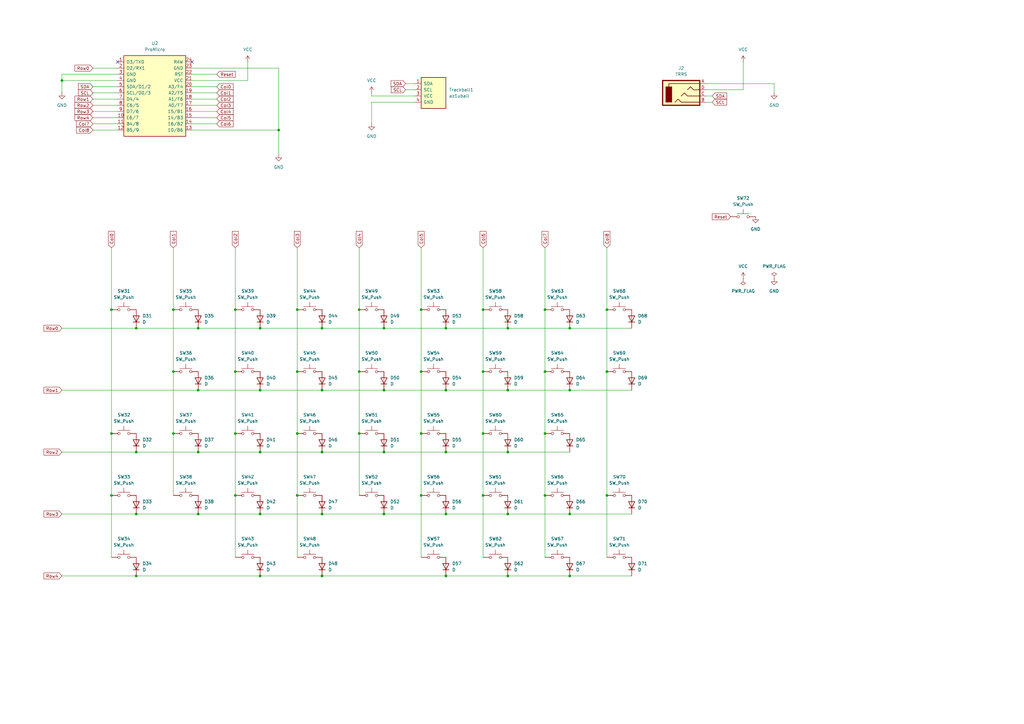
<source format=kicad_sch>
(kicad_sch (version 20231120) (generator "eeschema") (generator_version "8.0")
  (paper "A3")
  (lib_symbols
    (symbol "BrownSugar_KBD:OLED" (pin_names (offset 1.016))
      (property "Reference" "OL" (at 0 7.62 0))
      (property "Value" "OLED" (at 0 -7.62 0))
      (symbol "OLED_0_1"
        (rectangle (start -5.08 6.35) (end 5.08 -6.35) (stroke (width 0.254)) (fill (type background)))
      )
      (symbol "OLED_1_1"
        (pin bidirectional line (at -7.62 3.81 0) (length 2.54) (name "SDA") (number "1"))
        (pin bidirectional line (at -7.62 1.27 0) (length 2.54) (name "SCL") (number "2"))
        (pin power_in line (at -7.62 -1.27 0) (length 2.54) (name "VCC") (number "3"))
        (pin power_in line (at -7.62 -3.81 0) (length 2.54) (name "GND") (number "4"))
      )
    )
    (symbol "BrownSugar_KBD:ProMicro" (pin_names (offset 1.016))
      (property "Reference" "U" (at 0 17.78 0))
      (property "Value" "ProMicro" (at 0 -17.78 0))
      (symbol "ProMicro_0_1"
        (rectangle (start -12.7 16.51) (end 12.7 -16.51) (stroke (width 0.254)) (fill (type background)))
      )
      (symbol "ProMicro_1_1"
        (pin bidirectional line (at -15.24 13.97 0) (length 2.54) (name "D3/TX0") (number "1"))
        (pin bidirectional line (at -15.24 -8.89 0) (length 2.54) (name "E6/7") (number "10"))
        (pin bidirectional line (at -15.24 -11.43 0) (length 2.54) (name "B4/8") (number "11"))
        (pin bidirectional line (at -15.24 -13.97 0) (length 2.54) (name "B5/9") (number "12"))
        (pin bidirectional line (at 15.24 -13.97 180) (length 2.54) (name "10/B6") (number "13"))
        (pin bidirectional line (at 15.24 -11.43 180) (length 2.54) (name "16/B2") (number "14"))
        (pin bidirectional line (at 15.24 -8.89 180) (length 2.54) (name "14/B3") (number "15"))
        (pin bidirectional line (at 15.24 -6.35 180) (length 2.54) (name "15/B1") (number "16"))
        (pin bidirectional line (at 15.24 -3.81 180) (length 2.54) (name "A0/F7") (number "17"))
        (pin bidirectional line (at 15.24 -1.27 180) (length 2.54) (name "A1/F6") (number "18"))
        (pin bidirectional line (at 15.24 1.27 180) (length 2.54) (name "A2/F5") (number "19"))
        (pin bidirectional line (at -15.24 11.43 0) (length 2.54) (name "D2/RX1") (number "2"))
        (pin bidirectional line (at 15.24 3.81 180) (length 2.54) (name "A3/F4") (number "20"))
        (pin power_in line (at 15.24 6.35 180) (length 2.54) (name "VCC") (number "21"))
        (pin input line (at 15.24 8.89 180) (length 2.54) (name "RST") (number "22"))
        (pin power_in line (at 15.24 11.43 180) (length 2.54) (name "GND") (number "23"))
        (pin power_in line (at 15.24 13.97 180) (length 2.54) (name "RAW") (number "24"))
        (pin power_in line (at -15.24 8.89 0) (length 2.54) (name "GND") (number "3"))
        (pin power_in line (at -15.24 6.35 0) (length 2.54) (name "GND") (number "4"))
        (pin bidirectional line (at -15.24 3.81 0) (length 2.54) (name "SDA/D1/2") (number "5"))
        (pin bidirectional line (at -15.24 1.27 0) (length 2.54) (name "SCL/D0/3") (number "6"))
        (pin bidirectional line (at -15.24 -1.27 0) (length 2.54) (name "D4/4") (number "7"))
        (pin bidirectional line (at -15.24 -3.81 0) (length 2.54) (name "C6/5") (number "8"))
        (pin bidirectional line (at -15.24 -6.35 0) (length 2.54) (name "D7/6") (number "9"))
      )
    )
    (symbol "BrownSugar_KBD:TRRS" (pin_names (offset 1.016))
      (property "Reference" "J" (at 0 8.89 0))
      (property "Value" "TRRS" (at 0 6.35 0))
      (symbol "TRRS_0_1"
        (rectangle (start -7.62 5.08) (end 7.62 -5.08) (stroke (width 0.508)) (fill (type background)))
        (rectangle (start -6.35 2.54) (end -3.81 -3.81) (stroke (width 0.127)) (fill (type outline)))
        (polyline (pts (xy 7.62 3.81) (xy -5.08 3.81) (xy -5.08 2.54)) (stroke (width 0.254)))
        (polyline (pts (xy 7.62 -3.81) (xy 0 -3.81) (xy -1.27 -2.54) (xy -2.54 -3.81)) (stroke (width 0.254)))
        (polyline (pts (xy 7.62 -1.27) (xy 2.54 -1.27) (xy 1.27 0) (xy 0 -1.27)) (stroke (width 0.254)))
        (polyline (pts (xy 7.62 1.27) (xy 5.08 1.27) (xy 3.81 2.54) (xy 2.54 1.27)) (stroke (width 0.254)))
      )
      (symbol "TRRS_1_1"
        (pin bidirectional line (at 10.16 3.81 180) (length 2.54) (name "~") (number "A"))
        (pin bidirectional line (at 10.16 -3.81 180) (length 2.54) (name "~") (number "B"))
        (pin bidirectional line (at 10.16 -1.27 180) (length 2.54) (name "~") (number "C"))
        (pin bidirectional line (at 10.16 1.27 180) (length 2.54) (name "~") (number "D"))
      )
    )
    (symbol "Device:D" (pin_numbers hide) (pin_names (offset 1.016) hide)
      (property "Reference" "D" (at 0 2.54 0))
      (property "Value" "D" (at 0 -2.54 0))
      (symbol "D_0_1"
        (polyline (pts (xy -1.27 1.27) (xy -1.27 -1.27)) (stroke (width 0.254)))
        (polyline (pts (xy 1.27 0) (xy -1.27 0)))
        (polyline (pts (xy 1.27 1.27) (xy 1.27 -1.27) (xy -1.27 0) (xy 1.27 1.27)) (stroke (width 0.254)))
      )
      (symbol "D_1_1"
        (pin passive line (at -3.81 0 0) (length 2.54) (name "K") (number "1"))
        (pin passive line (at 3.81 0 180) (length 2.54) (name "A") (number "2"))
      )
    )
    (symbol "Switch:SW_Push" (pin_numbers hide) (pin_names (offset 1.016) hide)
      (property "Reference" "SW" (at 1.27 2.54 0))
      (property "Value" "SW_Push" (at 0 -1.524 0))
      (symbol "SW_Push_0_1"
        (circle (center -2.032 0) (radius 0.508))
        (polyline (pts (xy 0 1.27) (xy 0 3.048)))
        (polyline (pts (xy 2.54 1.27) (xy -2.54 1.27)))
        (circle (center 2.032 0) (radius 0.508))
        (pin passive line (at -5.08 0 0) (length 2.54) (name "1") (number "1"))
        (pin passive line (at 5.08 0 180) (length 2.54) (name "2") (number "2"))
      )
    )
    (symbol "power:GND" (power) (pin_numbers hide) (pin_names (offset 0) hide)
      (property "Value" "GND" (at 0 -3.81 0))
      (symbol "GND_0_1"
        (polyline (pts (xy 0 0) (xy 0 -1.27) (xy 1.27 -1.27) (xy 0 -2.54) (xy -1.27 -1.27) (xy 0 -1.27)))
      )
      (symbol "GND_1_1"
        (pin power_in line (at 0 0 270) (length 0) (name "~") (number "1"))
      )
    )
    (symbol "power:PWR_FLAG" (power) (pin_numbers hide) (pin_names (offset 0) hide)
      (property "Value" "PWR_FLAG" (at 0 3.81 0))
      (symbol "PWR_FLAG_0_0"
        (pin power_out line (at 0 0 90) (length 0) (name "~") (number "1"))
      )
      (symbol "PWR_FLAG_0_1"
        (polyline (pts (xy 0 0) (xy 0 1.27) (xy -1.016 1.905) (xy 0 2.54) (xy 1.016 1.905) (xy 0 1.27)))
      )
    )
    (symbol "power:VCC" (power) (pin_numbers hide) (pin_names (offset 0) hide)
      (property "Value" "VCC" (at 0 3.556 0))
      (symbol "VCC_0_1"
        (polyline (pts (xy -0.762 1.27) (xy 0 2.54)))
        (polyline (pts (xy 0 0) (xy 0 2.54)))
        (polyline (pts (xy 0 2.54) (xy 0.762 1.27)))
      )
      (symbol "VCC_1_1"
        (pin power_in line (at 0 0 90) (length 0) (name "~") (number "1"))
      )
    )
  )
  (junction (at 172.72 127))
  (junction (at 132.08 210.82))
  (junction (at 132.08 236.22))
  (junction (at 121.92 127))
  (junction (at 172.72 152.4))
  (junction (at 157.48 185.42))
  (junction (at 182.88 160.02))
  (junction (at 106.68 134.62))
  (junction (at 157.48 134.62))
  (junction (at 248.92 152.4))
  (junction (at 55.88 236.22))
  (junction (at 96.52 127))
  (junction (at 223.52 127))
  (junction (at 96.52 177.8))
  (junction (at 55.88 185.42))
  (junction (at 223.52 152.4))
  (junction (at 182.88 236.22))
  (junction (at 248.92 203.2))
  (junction (at 71.12 152.4))
  (junction (at 81.28 160.02))
  (junction (at 208.28 210.82))
  (junction (at 121.92 203.2))
  (junction (at 182.88 185.42))
  (junction (at 198.12 152.4))
  (junction (at 208.28 185.42))
  (junction (at 223.52 203.2))
  (junction (at 106.68 210.82))
  (junction (at 208.28 160.02))
  (junction (at 248.92 127))
  (junction (at 81.28 210.82))
  (junction (at 121.92 152.4))
  (junction (at 106.68 160.02))
  (junction (at 208.28 236.22))
  (junction (at 147.32 152.4))
  (junction (at 198.12 203.2))
  (junction (at 132.08 185.42))
  (junction (at 223.52 177.8))
  (junction (at 182.88 210.82))
  (junction (at 71.12 177.8))
  (junction (at 71.12 127))
  (junction (at 55.88 210.82))
  (junction (at 233.68 134.62))
  (junction (at 81.28 185.42))
  (junction (at 198.12 177.8))
  (junction (at 132.08 134.62))
  (junction (at 147.32 177.8))
  (junction (at 172.72 177.8))
  (junction (at 114.3 53.34))
  (junction (at 132.08 160.02))
  (junction (at 96.52 203.2))
  (junction (at 157.48 210.82))
  (junction (at 233.68 236.22))
  (junction (at 182.88 134.62))
  (junction (at 172.72 203.2))
  (junction (at 96.52 152.4))
  (junction (at 106.68 185.42))
  (junction (at 233.68 210.82))
  (junction (at 25.4 33.02))
  (junction (at 45.72 127))
  (junction (at 147.32 127))
  (junction (at 45.72 177.8))
  (junction (at 81.28 134.62))
  (junction (at 208.28 134.62))
  (junction (at 45.72 203.2))
  (junction (at 106.68 236.22))
  (junction (at 198.12 127))
  (junction (at 55.88 134.62))
  (junction (at 157.48 160.02))
  (junction (at 121.92 177.8))
  (junction (at 233.68 160.02))
  (no_connect (at 48.26 25.4))
  (no_connect (at 78.74 25.4))
  (wire (pts (xy 45.72 101.6) (xy 45.72 127)))
  (wire (pts (xy 208.28 185.42) (xy 233.68 185.42)))
  (wire (pts (xy 25.4 210.82) (xy 55.88 210.82)))
  (wire (pts (xy 248.92 203.2) (xy 248.92 228.6)))
  (wire (pts (xy 38.1 38.1) (xy 48.26 38.1)))
  (wire (pts (xy 78.74 30.48) (xy 88.9 30.48)))
  (wire (pts (xy 208.28 134.62) (xy 233.68 134.62)))
  (wire (pts (xy 198.12 203.2) (xy 198.12 228.6)))
  (wire (pts (xy 38.1 53.34) (xy 48.26 53.34)))
  (wire (pts (xy 25.4 160.02) (xy 81.28 160.02)))
  (wire (pts (xy 38.1 35.56) (xy 48.26 35.56)))
  (wire (pts (xy 101.6 33.02) (xy 101.6 25.4)))
  (wire (pts (xy 147.32 101.6) (xy 147.32 127)))
  (wire (pts (xy 78.74 38.1) (xy 88.9 38.1)))
  (wire (pts (xy 223.52 177.8) (xy 223.52 203.2)))
  (wire (pts (xy 289.56 36.83) (xy 304.8 36.83)))
  (wire (pts (xy 38.1 43.18) (xy 48.26 43.18)))
  (wire (pts (xy 182.88 134.62) (xy 208.28 134.62)))
  (wire (pts (xy 233.68 134.62) (xy 259.08 134.62)))
  (wire (pts (xy 96.52 203.2) (xy 96.52 228.6)))
  (wire (pts (xy 223.52 127) (xy 223.52 152.4)))
  (wire (pts (xy 152.4 41.91) (xy 170.18 41.91)))
  (wire (pts (xy 48.26 30.48) (xy 25.4 30.48)))
  (wire (pts (xy 121.92 127) (xy 121.92 152.4)))
  (wire (pts (xy 121.92 152.4) (xy 121.92 177.8)))
  (wire (pts (xy 152.4 39.37) (xy 170.18 39.37)))
  (wire (pts (xy 96.52 177.8) (xy 96.52 203.2)))
  (wire (pts (xy 71.12 101.6) (xy 71.12 127)))
  (wire (pts (xy 198.12 152.4) (xy 198.12 177.8)))
  (wire (pts (xy 38.1 48.26) (xy 48.26 48.26)))
  (wire (pts (xy 78.74 50.8) (xy 88.9 50.8)))
  (wire (pts (xy 172.72 127) (xy 172.72 152.4)))
  (wire (pts (xy 25.4 185.42) (xy 55.88 185.42)))
  (wire (pts (xy 38.1 40.64) (xy 48.26 40.64)))
  (wire (pts (xy 78.74 48.26) (xy 88.9 48.26)))
  (wire (pts (xy 289.56 34.29) (xy 317.5 34.29)))
  (wire (pts (xy 157.48 134.62) (xy 182.88 134.62)))
  (wire (pts (xy 114.3 53.34) (xy 114.3 27.94)))
  (wire (pts (xy 55.88 210.82) (xy 81.28 210.82)))
  (wire (pts (xy 38.1 45.72) (xy 48.26 45.72)))
  (wire (pts (xy 248.92 101.6) (xy 248.92 127)))
  (wire (pts (xy 96.52 152.4) (xy 96.52 177.8)))
  (wire (pts (xy 106.68 236.22) (xy 132.08 236.22)))
  (wire (pts (xy 45.72 127) (xy 45.72 177.8)))
  (wire (pts (xy 81.28 134.62) (xy 106.68 134.62)))
  (wire (pts (xy 157.48 160.02) (xy 182.88 160.02)))
  (wire (pts (xy 71.12 152.4) (xy 71.12 177.8)))
  (wire (pts (xy 172.72 203.2) (xy 172.72 228.6)))
  (wire (pts (xy 198.12 101.6) (xy 198.12 127)))
  (wire (pts (xy 152.4 38.1) (xy 152.4 39.37)))
  (wire (pts (xy 55.88 185.42) (xy 81.28 185.42)))
  (wire (pts (xy 106.68 160.02) (xy 132.08 160.02)))
  (wire (pts (xy 208.28 160.02) (xy 233.68 160.02)))
  (wire (pts (xy 248.92 127) (xy 248.92 152.4)))
  (wire (pts (xy 48.26 33.02) (xy 25.4 33.02)))
  (wire (pts (xy 25.4 134.62) (xy 55.88 134.62)))
  (wire (pts (xy 78.74 35.56) (xy 88.9 35.56)))
  (wire (pts (xy 71.12 177.8) (xy 71.12 203.2)))
  (wire (pts (xy 147.32 127) (xy 147.32 152.4)))
  (wire (pts (xy 223.52 152.4) (xy 223.52 177.8)))
  (wire (pts (xy 182.88 160.02) (xy 208.28 160.02)))
  (wire (pts (xy 157.48 185.42) (xy 182.88 185.42)))
  (wire (pts (xy 248.92 152.4) (xy 248.92 203.2)))
  (wire (pts (xy 304.8 36.83) (xy 304.8 25.4)))
  (wire (pts (xy 78.74 40.64) (xy 88.9 40.64)))
  (wire (pts (xy 132.08 160.02) (xy 157.48 160.02)))
  (wire (pts (xy 38.1 50.8) (xy 48.26 50.8)))
  (wire (pts (xy 208.28 236.22) (xy 233.68 236.22)))
  (wire (pts (xy 182.88 185.42) (xy 208.28 185.42)))
  (wire (pts (xy 152.4 41.91) (xy 152.4 50.8)))
  (wire (pts (xy 317.5 34.29) (xy 317.5 38.1)))
  (wire (pts (xy 166.37 34.29) (xy 170.18 34.29)))
  (wire (pts (xy 233.68 160.02) (xy 259.08 160.02)))
  (wire (pts (xy 121.92 203.2) (xy 121.92 228.6)))
  (wire (pts (xy 182.88 236.22) (xy 208.28 236.22)))
  (wire (pts (xy 121.92 177.8) (xy 121.92 203.2)))
  (wire (pts (xy 233.68 236.22) (xy 259.08 236.22)))
  (wire (pts (xy 172.72 152.4) (xy 172.72 177.8)))
  (wire (pts (xy 81.28 185.42) (xy 106.68 185.42)))
  (wire (pts (xy 45.72 177.8) (xy 45.72 203.2)))
  (wire (pts (xy 132.08 185.42) (xy 157.48 185.42)))
  (wire (pts (xy 55.88 134.62) (xy 81.28 134.62)))
  (wire (pts (xy 25.4 33.02) (xy 25.4 38.1)))
  (wire (pts (xy 172.72 177.8) (xy 172.72 203.2)))
  (wire (pts (xy 223.52 203.2) (xy 223.52 228.6)))
  (wire (pts (xy 121.92 101.6) (xy 121.92 127)))
  (wire (pts (xy 208.28 210.82) (xy 233.68 210.82)))
  (wire (pts (xy 78.74 43.18) (xy 88.9 43.18)))
  (wire (pts (xy 106.68 134.62) (xy 132.08 134.62)))
  (wire (pts (xy 96.52 101.6) (xy 96.52 127)))
  (wire (pts (xy 132.08 134.62) (xy 157.48 134.62)))
  (wire (pts (xy 114.3 27.94) (xy 78.74 27.94)))
  (wire (pts (xy 38.1 27.94) (xy 48.26 27.94)))
  (wire (pts (xy 106.68 210.82) (xy 132.08 210.82)))
  (wire (pts (xy 78.74 53.34) (xy 114.3 53.34)))
  (wire (pts (xy 96.52 127) (xy 96.52 152.4)))
  (wire (pts (xy 25.4 30.48) (xy 25.4 33.02)))
  (wire (pts (xy 166.37 36.83) (xy 170.18 36.83)))
  (wire (pts (xy 182.88 210.82) (xy 208.28 210.82)))
  (wire (pts (xy 78.74 33.02) (xy 101.6 33.02)))
  (wire (pts (xy 106.68 185.42) (xy 132.08 185.42)))
  (wire (pts (xy 289.56 39.37) (xy 292.1 39.37)))
  (wire (pts (xy 157.48 210.82) (xy 182.88 210.82)))
  (wire (pts (xy 45.72 203.2) (xy 45.72 228.6)))
  (wire (pts (xy 81.28 160.02) (xy 106.68 160.02)))
  (wire (pts (xy 198.12 177.8) (xy 198.12 203.2)))
  (wire (pts (xy 71.12 127) (xy 71.12 152.4)))
  (wire (pts (xy 132.08 236.22) (xy 182.88 236.22)))
  (wire (pts (xy 25.4 236.22) (xy 55.88 236.22)))
  (wire (pts (xy 81.28 210.82) (xy 106.68 210.82)))
  (wire (pts (xy 233.68 210.82) (xy 259.08 210.82)))
  (wire (pts (xy 289.56 41.91) (xy 292.1 41.91)))
  (wire (pts (xy 198.12 127) (xy 198.12 152.4)))
  (wire (pts (xy 172.72 101.6) (xy 172.72 127)))
  (wire (pts (xy 78.74 45.72) (xy 88.9 45.72)))
  (wire (pts (xy 147.32 177.8) (xy 147.32 203.2)))
  (wire (pts (xy 114.3 63.5) (xy 114.3 53.34)))
  (wire (pts (xy 132.08 210.82) (xy 157.48 210.82)))
  (wire (pts (xy 55.88 236.22) (xy 106.68 236.22)))
  (wire (pts (xy 223.52 101.6) (xy 223.52 127)))
  (wire (pts (xy 147.32 152.4) (xy 147.32 177.8)))
  (global_label "Col6" (shape input) (at 88.9 50.8 0) (property "Intersheetrefs" "${INTERSHEET_REFS}" (effects (hide yes))))
  (global_label "Row0" (shape input) (at 25.4 134.62 180) (property "Intersheetrefs" "${INTERSHEET_REFS}" (effects (hide yes))))
  (global_label "Row2" (shape input) (at 25.4 185.42 180) (property "Intersheetrefs" "${INTERSHEET_REFS}" (effects (hide yes))))
  (global_label "Col3" (shape input) (at 121.92 101.6 90) (property "Intersheetrefs" "${INTERSHEET_REFS}" (effects (hide yes))))
  (global_label "Col8" (shape input) (at 248.92 101.6 90) (property "Intersheetrefs" "${INTERSHEET_REFS}" (effects (hide yes))))
  (global_label "Col7" (shape input) (at 223.52 101.6 90) (property "Intersheetrefs" "${INTERSHEET_REFS}" (effects (hide yes))))
  (global_label "Col5" (shape input) (at 88.9 48.26 0) (property "Intersheetrefs" "${INTERSHEET_REFS}" (effects (hide yes))))
  (global_label "Col7" (shape input) (at 38.1 50.8 180) (property "Intersheetrefs" "${INTERSHEET_REFS}" (effects (hide yes))))
  (global_label "SCL" (shape input) (at 166.37 36.83 180) (property "Intersheetrefs" "${INTERSHEET_REFS}" (effects (hide yes))))
  (global_label "Col4" (shape input) (at 147.32 101.6 90) (property "Intersheetrefs" "${INTERSHEET_REFS}" (effects (hide yes))))
  (global_label "Row3" (shape input) (at 38.1 45.72 180) (property "Intersheetrefs" "${INTERSHEET_REFS}" (effects (hide yes))))
  (global_label "Col0" (shape input) (at 88.9 35.56 0) (property "Intersheetrefs" "${INTERSHEET_REFS}" (effects (hide yes))))
  (global_label "SCL" (shape input) (at 292.1 41.91 0) (property "Intersheetrefs" "${INTERSHEET_REFS}" (effects (hide yes))))
  (global_label "Col1" (shape input) (at 88.9 38.1 0) (property "Intersheetrefs" "${INTERSHEET_REFS}" (effects (hide yes))))
  (global_label "Row1" (shape input) (at 38.1 40.64 180) (property "Intersheetrefs" "${INTERSHEET_REFS}" (effects (hide yes))))
  (global_label "Row2" (shape input) (at 38.1 43.18 180) (property "Intersheetrefs" "${INTERSHEET_REFS}" (effects (hide yes))))
  (global_label "Col3" (shape input) (at 88.9 43.18 0) (property "Intersheetrefs" "${INTERSHEET_REFS}" (effects (hide yes))))
  (global_label "Row0" (shape input) (at 38.1 27.94 180) (property "Intersheetrefs" "${INTERSHEET_REFS}" (effects (hide yes))))
  (global_label "Col5" (shape input) (at 172.72 101.6 90) (property "Intersheetrefs" "${INTERSHEET_REFS}" (effects (hide yes))))
  (global_label "Row4" (shape input) (at 38.1 48.26 180) (property "Intersheetrefs" "${INTERSHEET_REFS}" (effects (hide yes))))
  (global_label "Row4" (shape input) (at 25.4 236.22 180) (property "Intersheetrefs" "${INTERSHEET_REFS}" (effects (hide yes))))
  (global_label "Col0" (shape input) (at 45.72 101.6 90) (property "Intersheetrefs" "${INTERSHEET_REFS}" (effects (hide yes))))
  (global_label "SDA" (shape input) (at 166.37 34.29 180) (property "Intersheetrefs" "${INTERSHEET_REFS}" (effects (hide yes))))
  (global_label "Row1" (shape input) (at 25.4 160.02 180) (property "Intersheetrefs" "${INTERSHEET_REFS}" (effects (hide yes))))
  (global_label "Col1" (shape input) (at 71.12 101.6 90) (property "Intersheetrefs" "${INTERSHEET_REFS}" (effects (hide yes))))
  (global_label "Row3" (shape input) (at 25.4 210.82 180) (property "Intersheetrefs" "${INTERSHEET_REFS}" (effects (hide yes))))
  (global_label "Col2" (shape input) (at 96.52 101.6 90) (property "Intersheetrefs" "${INTERSHEET_REFS}" (effects (hide yes))))
  (global_label "Reset" (shape input) (at 299.72 88.9 180) (property "Intersheetrefs" "${INTERSHEET_REFS}" (effects (hide yes))))
  (global_label "SCL" (shape input) (at 38.1 38.1 180) (property "Intersheetrefs" "${INTERSHEET_REFS}" (effects (hide yes))))
  (global_label "Col8" (shape input) (at 38.1 53.34 180) (property "Intersheetrefs" "${INTERSHEET_REFS}" (effects (hide yes))))
  (global_label "SDA" (shape input) (at 292.1 39.37 0) (property "Intersheetrefs" "${INTERSHEET_REFS}" (effects (hide yes))))
  (global_label "Col4" (shape input) (at 88.9 45.72 0) (property "Intersheetrefs" "${INTERSHEET_REFS}" (effects (hide yes))))
  (global_label "SDA" (shape input) (at 38.1 35.56 180) (property "Intersheetrefs" "${INTERSHEET_REFS}" (effects (hide yes))))
  (global_label "Col6" (shape input) (at 198.12 101.6 90) (property "Intersheetrefs" "${INTERSHEET_REFS}" (effects (hide yes))))
  (global_label "Reset" (shape input) (at 88.9 30.48 0) (property "Intersheetrefs" "${INTERSHEET_REFS}" (effects (hide yes))))
  (global_label "Col2" (shape input) (at 88.9 40.64 0) (property "Intersheetrefs" "${INTERSHEET_REFS}" (effects (hide yes))))
  (symbol (lib_id "Device:D") (at 106.68 156.21 90) (unit 1)
    (property "Reference" "D40" (at 109.22 154.9399 90) (effects (justify right)))
    (property "Value" "D" (at 109.22 157.4799 90) (effects (justify right)))
    (property "Description" "Diode" (effects (hide yes)))
    (property "Sim.Device" "D" (effects (hide yes)))
    (property "Sim.Pins" "1=K 2=A" (effects (hide yes)))
  )
  (symbol (lib_id "Switch:SW_Push") (at 254 203.2 0) (unit 1)
    (property "Reference" "SW70" (at 254 195.58 0))
    (property "Value" "SW_Push" (at 254 198.12 0))
    (property "Description" "Push button switch, generic, two pins" (effects (hide yes)))
  )
  (symbol (lib_id "Device:D") (at 182.88 156.21 90) (unit 1)
    (property "Reference" "D54" (at 185.42 154.9399 90) (effects (justify right)))
    (property "Value" "D" (at 185.42 157.4799 90) (effects (justify right)))
    (property "Description" "Diode" (effects (hide yes)))
    (property "Sim.Device" "D" (effects (hide yes)))
    (property "Sim.Pins" "1=K 2=A" (effects (hide yes)))
  )
  (symbol (lib_id "Device:D") (at 106.68 232.41 90) (unit 1)
    (property "Reference" "D43" (at 109.22 231.1399 90) (effects (justify right)))
    (property "Value" "D" (at 109.22 233.6799 90) (effects (justify right)))
    (property "Description" "Diode" (effects (hide yes)))
    (property "Sim.Device" "D" (effects (hide yes)))
    (property "Sim.Pins" "1=K 2=A" (effects (hide yes)))
  )
  (symbol (lib_id "Switch:SW_Push") (at 127 203.2 0) (unit 1)
    (property "Reference" "SW47" (at 127 195.58 0))
    (property "Value" "SW_Push" (at 127 198.12 0))
    (property "Description" "Push button switch, generic, two pins" (effects (hide yes)))
  )
  (symbol (lib_id "Device:D") (at 233.68 130.81 90) (unit 1)
    (property "Reference" "D63" (at 236.22 129.5399 90) (effects (justify right)))
    (property "Value" "D" (at 236.22 132.0799 90) (effects (justify right)))
    (property "Description" "Diode" (effects (hide yes)))
    (property "Sim.Device" "D" (effects (hide yes)))
    (property "Sim.Pins" "1=K 2=A" (effects (hide yes)))
  )
  (symbol (lib_id "Switch:SW_Push") (at 50.8 228.6 0) (unit 1)
    (property "Reference" "SW34" (at 50.8 220.98 0))
    (property "Value" "SW_Push" (at 50.8 223.52 0))
    (property "Description" "Push button switch, generic, two pins" (effects (hide yes)))
  )
  (symbol (lib_id "Device:D") (at 259.08 130.81 90) (unit 1)
    (property "Reference" "D68" (at 261.62 129.5399 90) (effects (justify right)))
    (property "Value" "D" (at 261.62 132.0799 90) (effects (justify right)))
    (property "Description" "Diode" (effects (hide yes)))
    (property "Sim.Device" "D" (effects (hide yes)))
    (property "Sim.Pins" "1=K 2=A" (effects (hide yes)))
  )
  (symbol (lib_id "Switch:SW_Push") (at 101.6 177.8 0) (unit 1)
    (property "Reference" "SW41" (at 101.6 170.18 0))
    (property "Value" "SW_Push" (at 101.6 172.72 0))
    (property "Description" "Push button switch, generic, two pins" (effects (hide yes)))
  )
  (symbol (lib_id "power:PWR_FLAG") (at 317.5 114.3 0) (unit 1)
    (property "Reference" "#FLG03" (effects (hide yes)))
    (property "Value" "PWR_FLAG" (at 317.5 109.22 0))
    (property "Description" "Special symbol for telling ERC where power comes from" (effects (hide yes)))
  )
  (symbol (lib_id "Device:D") (at 132.08 232.41 90) (unit 1)
    (property "Reference" "D48" (at 134.62 231.1399 90) (effects (justify right)))
    (property "Value" "D" (at 134.62 233.6799 90) (effects (justify right)))
    (property "Description" "Diode" (effects (hide yes)))
    (property "Sim.Device" "D" (effects (hide yes)))
    (property "Sim.Pins" "1=K 2=A" (effects (hide yes)))
  )
  (symbol (lib_id "Device:D") (at 208.28 207.01 90) (unit 1)
    (property "Reference" "D61" (at 210.82 205.7399 90) (effects (justify right)))
    (property "Value" "D" (at 210.82 208.2799 90) (effects (justify right)))
    (property "Description" "Diode" (effects (hide yes)))
    (property "Sim.Device" "D" (effects (hide yes)))
    (property "Sim.Pins" "1=K 2=A" (effects (hide yes)))
  )
  (symbol (lib_id "Switch:SW_Push") (at 101.6 152.4 0) (unit 1)
    (property "Reference" "SW40" (at 101.6 144.78 0))
    (property "Value" "SW_Push" (at 101.6 147.32 0))
    (property "Description" "Push button switch, generic, two pins" (effects (hide yes)))
  )
  (symbol (lib_id "Device:D") (at 132.08 207.01 90) (unit 1)
    (property "Reference" "D47" (at 134.62 205.7399 90) (effects (justify right)))
    (property "Value" "D" (at 134.62 208.2799 90) (effects (justify right)))
    (property "Description" "Diode" (effects (hide yes)))
    (property "Sim.Device" "D" (effects (hide yes)))
    (property "Sim.Pins" "1=K 2=A" (effects (hide yes)))
  )
  (symbol (lib_id "Switch:SW_Push") (at 228.6 177.8 0) (unit 1)
    (property "Reference" "SW65" (at 228.6 170.18 0))
    (property "Value" "SW_Push" (at 228.6 172.72 0))
    (property "Description" "Push button switch, generic, two pins" (effects (hide yes)))
  )
  (symbol (lib_id "Device:D") (at 233.68 156.21 90) (unit 1)
    (property "Reference" "D64" (at 236.22 154.9399 90) (effects (justify right)))
    (property "Value" "D" (at 236.22 157.4799 90) (effects (justify right)))
    (property "Description" "Diode" (effects (hide yes)))
    (property "Sim.Device" "D" (effects (hide yes)))
    (property "Sim.Pins" "1=K 2=A" (effects (hide yes)))
  )
  (symbol (lib_id "Device:D") (at 233.68 232.41 90) (unit 1)
    (property "Reference" "D67" (at 236.22 231.1399 90) (effects (justify right)))
    (property "Value" "D" (at 236.22 233.6799 90) (effects (justify right)))
    (property "Description" "Diode" (effects (hide yes)))
    (property "Sim.Device" "D" (effects (hide yes)))
    (property "Sim.Pins" "1=K 2=A" (effects (hide yes)))
  )
  (symbol (lib_id "power:GND") (at 309.88 88.9 0) (unit 1)
    (property "Reference" "#PWR02" (effects (hide yes)))
    (property "Value" "GND" (at 309.88 93.98 0))
    (property "Description" "Power symbol creates a global label with name \"GND\" , ground" (effects (hide yes)))
  )
  (symbol (lib_id "Device:D") (at 157.48 156.21 90) (unit 1)
    (property "Reference" "D50" (at 160.02 154.9399 90) (effects (justify right)))
    (property "Value" "D" (at 160.02 157.4799 90) (effects (justify right)))
    (property "Description" "Diode" (effects (hide yes)))
    (property "Sim.Device" "D" (effects (hide yes)))
    (property "Sim.Pins" "1=K 2=A" (effects (hide yes)))
  )
  (symbol (lib_id "Switch:SW_Push") (at 203.2 152.4 0) (unit 1)
    (property "Reference" "SW59" (at 203.2 144.78 0))
    (property "Value" "SW_Push" (at 203.2 147.32 0))
    (property "Description" "Push button switch, generic, two pins" (effects (hide yes)))
  )
  (symbol (lib_id "Switch:SW_Push") (at 203.2 177.8 0) (unit 1)
    (property "Reference" "SW60" (at 203.2 170.18 0))
    (property "Value" "SW_Push" (at 203.2 172.72 0))
    (property "Description" "Push button switch, generic, two pins" (effects (hide yes)))
  )
  (symbol (lib_id "Switch:SW_Push") (at 177.8 177.8 0) (unit 1)
    (property "Reference" "SW55" (at 177.8 170.18 0))
    (property "Value" "SW_Push" (at 177.8 172.72 0))
    (property "Description" "Push button switch, generic, two pins" (effects (hide yes)))
  )
  (symbol (lib_id "Device:D") (at 106.68 207.01 90) (unit 1)
    (property "Reference" "D42" (at 109.22 205.7399 90) (effects (justify right)))
    (property "Value" "D" (at 109.22 208.2799 90) (effects (justify right)))
    (property "Description" "Diode" (effects (hide yes)))
    (property "Sim.Device" "D" (effects (hide yes)))
    (property "Sim.Pins" "1=K 2=A" (effects (hide yes)))
  )
  (symbol (lib_id "Device:D") (at 132.08 130.81 90) (unit 1)
    (property "Reference" "D44" (at 134.62 129.5399 90) (effects (justify right)))
    (property "Value" "D" (at 134.62 132.0799 90) (effects (justify right)))
    (property "Description" "Diode" (effects (hide yes)))
    (property "Sim.Device" "D" (effects (hide yes)))
    (property "Sim.Pins" "1=K 2=A" (effects (hide yes)))
  )
  (symbol (lib_id "Device:D") (at 182.88 130.81 90) (unit 1)
    (property "Reference" "D53" (at 185.42 129.5399 90) (effects (justify right)))
    (property "Value" "D" (at 185.42 132.0799 90) (effects (justify right)))
    (property "Description" "Diode" (effects (hide yes)))
    (property "Sim.Device" "D" (effects (hide yes)))
    (property "Sim.Pins" "1=K 2=A" (effects (hide yes)))
  )
  (symbol (lib_id "Switch:SW_Push") (at 304.8 88.9 0) (unit 1)
    (property "Reference" "SW72" (at 304.8 81.28 0))
    (property "Value" "SW_Push" (at 304.8 83.82 0))
    (property "Description" "Push button switch, generic, two pins" (effects (hide yes)))
  )
  (symbol (lib_id "Switch:SW_Push") (at 76.2 152.4 0) (unit 1)
    (property "Reference" "SW36" (at 76.2 144.78 0))
    (property "Value" "SW_Push" (at 76.2 147.32 0))
    (property "Description" "Push button switch, generic, two pins" (effects (hide yes)))
  )
  (symbol (lib_id "Device:D") (at 132.08 156.21 90) (unit 1)
    (property "Reference" "D45" (at 134.62 154.9399 90) (effects (justify right)))
    (property "Value" "D" (at 134.62 157.4799 90) (effects (justify right)))
    (property "Description" "Diode" (effects (hide yes)))
    (property "Sim.Device" "D" (effects (hide yes)))
    (property "Sim.Pins" "1=K 2=A" (effects (hide yes)))
  )
  (symbol (lib_id "Device:D") (at 259.08 207.01 90) (unit 1)
    (property "Reference" "D70" (at 261.62 205.7399 90) (effects (justify right)))
    (property "Value" "D" (at 261.62 208.2799 90) (effects (justify right)))
    (property "Description" "Diode" (effects (hide yes)))
    (property "Sim.Device" "D" (effects (hide yes)))
    (property "Sim.Pins" "1=K 2=A" (effects (hide yes)))
  )
  (symbol (lib_id "Switch:SW_Push") (at 50.8 203.2 0) (unit 1)
    (property "Reference" "SW33" (at 50.8 195.58 0))
    (property "Value" "SW_Push" (at 50.8 198.12 0))
    (property "Description" "Push button switch, generic, two pins" (effects (hide yes)))
  )
  (symbol (lib_id "Switch:SW_Push") (at 177.8 228.6 0) (unit 1)
    (property "Reference" "SW57" (at 177.8 220.98 0))
    (property "Value" "SW_Push" (at 177.8 223.52 0))
    (property "Description" "Push button switch, generic, two pins" (effects (hide yes)))
  )
  (symbol (lib_id "Switch:SW_Push") (at 177.8 203.2 0) (unit 1)
    (property "Reference" "SW56" (at 177.8 195.58 0))
    (property "Value" "SW_Push" (at 177.8 198.12 0))
    (property "Description" "Push button switch, generic, two pins" (effects (hide yes)))
  )
  (symbol (lib_id "Device:D") (at 182.88 232.41 90) (unit 1)
    (property "Reference" "D57" (at 185.42 231.1399 90) (effects (justify right)))
    (property "Value" "D" (at 185.42 233.6799 90) (effects (justify right)))
    (property "Description" "Diode" (effects (hide yes)))
    (property "Sim.Device" "D" (effects (hide yes)))
    (property "Sim.Pins" "1=K 2=A" (effects (hide yes)))
  )
  (symbol (lib_id "Switch:SW_Push") (at 228.6 152.4 0) (unit 1)
    (property "Reference" "SW64" (at 228.6 144.78 0))
    (property "Value" "SW_Push" (at 228.6 147.32 0))
    (property "Description" "Push button switch, generic, two pins" (effects (hide yes)))
  )
  (symbol (lib_id "Switch:SW_Push") (at 127 152.4 0) (unit 1)
    (property "Reference" "SW45" (at 127 144.78 0))
    (property "Value" "SW_Push" (at 127 147.32 0))
    (property "Description" "Push button switch, generic, two pins" (effects (hide yes)))
  )
  (symbol (lib_id "Device:D") (at 106.68 181.61 90) (unit 1)
    (property "Reference" "D41" (at 109.22 180.3399 90) (effects (justify right)))
    (property "Value" "D" (at 109.22 182.8799 90) (effects (justify right)))
    (property "Description" "Diode" (effects (hide yes)))
    (property "Sim.Device" "D" (effects (hide yes)))
    (property "Sim.Pins" "1=K 2=A" (effects (hide yes)))
  )
  (symbol (lib_id "Device:D") (at 55.88 207.01 90) (unit 1)
    (property "Reference" "D33" (at 58.42 205.7399 90) (effects (justify right)))
    (property "Value" "D" (at 58.42 208.2799 90) (effects (justify right)))
    (property "Description" "Diode" (effects (hide yes)))
    (property "Sim.Device" "D" (effects (hide yes)))
    (property "Sim.Pins" "1=K 2=A" (effects (hide yes)))
  )
  (symbol (lib_id "Device:D") (at 208.28 181.61 90) (unit 1)
    (property "Reference" "D60" (at 210.82 180.3399 90) (effects (justify right)))
    (property "Value" "D" (at 210.82 182.8799 90) (effects (justify right)))
    (property "Description" "Diode" (effects (hide yes)))
    (property "Sim.Device" "D" (effects (hide yes)))
    (property "Sim.Pins" "1=K 2=A" (effects (hide yes)))
  )
  (symbol (lib_id "power:VCC") (at 304.8 114.3 0) (unit 1)
    (property "Reference" "#PWR03" (effects (hide yes)))
    (property "Value" "VCC" (at 304.8 109.22 0))
    (property "Description" "Power symbol creates a global label with name \"VCC\"" (effects (hide yes)))
  )
  (symbol (lib_id "Device:D") (at 182.88 207.01 90) (unit 1)
    (property "Reference" "D56" (at 185.42 205.7399 90) (effects (justify right)))
    (property "Value" "D" (at 185.42 208.2799 90) (effects (justify right)))
    (property "Description" "Diode" (effects (hide yes)))
    (property "Sim.Device" "D" (effects (hide yes)))
    (property "Sim.Pins" "1=K 2=A" (effects (hide yes)))
  )
  (symbol (lib_id "Device:D") (at 157.48 130.81 90) (unit 1)
    (property "Reference" "D49" (at 160.02 129.5399 90) (effects (justify right)))
    (property "Value" "D" (at 160.02 132.0799 90) (effects (justify right)))
    (property "Description" "Diode" (effects (hide yes)))
    (property "Sim.Device" "D" (effects (hide yes)))
    (property "Sim.Pins" "1=K 2=A" (effects (hide yes)))
  )
  (symbol (lib_id "Switch:SW_Push") (at 254 152.4 0) (unit 1)
    (property "Reference" "SW69" (at 254 144.78 0))
    (property "Value" "SW_Push" (at 254 147.32 0))
    (property "Description" "Push button switch, generic, two pins" (effects (hide yes)))
  )
  (symbol (lib_id "Switch:SW_Push") (at 177.8 127 0) (unit 1)
    (property "Reference" "SW53" (at 177.8 119.38 0))
    (property "Value" "SW_Push" (at 177.8 121.92 0))
    (property "Description" "Push button switch, generic, two pins" (effects (hide yes)))
  )
  (symbol (lib_id "Device:D") (at 55.88 181.61 90) (unit 1)
    (property "Reference" "D32" (at 58.42 180.3399 90) (effects (justify right)))
    (property "Value" "D" (at 58.42 182.8799 90) (effects (justify right)))
    (property "Description" "Diode" (effects (hide yes)))
    (property "Sim.Device" "D" (effects (hide yes)))
    (property "Sim.Pins" "1=K 2=A" (effects (hide yes)))
  )
  (symbol (lib_id "Switch:SW_Push") (at 177.8 152.4 0) (unit 1)
    (property "Reference" "SW54" (at 177.8 144.78 0))
    (property "Value" "SW_Push" (at 177.8 147.32 0))
    (property "Description" "Push button switch, generic, two pins" (effects (hide yes)))
  )
  (symbol (lib_id "Switch:SW_Push") (at 101.6 203.2 0) (unit 1)
    (property "Reference" "SW42" (at 101.6 195.58 0))
    (property "Value" "SW_Push" (at 101.6 198.12 0))
    (property "Description" "Push button switch, generic, two pins" (effects (hide yes)))
  )
  (symbol (lib_id "Switch:SW_Push") (at 152.4 152.4 0) (unit 1)
    (property "Reference" "SW50" (at 152.4 144.78 0))
    (property "Value" "SW_Push" (at 152.4 147.32 0))
    (property "Description" "Push button switch, generic, two pins" (effects (hide yes)))
  )
  (symbol (lib_id "Switch:SW_Push") (at 76.2 203.2 0) (unit 1)
    (property "Reference" "SW38" (at 76.2 195.58 0))
    (property "Value" "SW_Push" (at 76.2 198.12 0))
    (property "Description" "Push button switch, generic, two pins" (effects (hide yes)))
  )
  (symbol (lib_id "Device:D") (at 81.28 130.81 90) (unit 1)
    (property "Reference" "D35" (at 83.82 129.5399 90) (effects (justify right)))
    (property "Value" "D" (at 83.82 132.0799 90) (effects (justify right)))
    (property "Description" "Diode" (effects (hide yes)))
    (property "Sim.Device" "D" (effects (hide yes)))
    (property "Sim.Pins" "1=K 2=A" (effects (hide yes)))
  )
  (symbol (lib_id "power:GND") (at 152.4 50.8 0) (unit 1)
    (property "Reference" "#PWR011" (effects (hide yes)))
    (property "Value" "GND" (at 152.4 55.88 0))
    (property "Description" "Power symbol creates a global label with name \"GND\" , ground" (effects (hide yes)))
  )
  (symbol (lib_id "Device:D") (at 106.68 130.81 90) (unit 1)
    (property "Reference" "D39" (at 109.22 129.5399 90) (effects (justify right)))
    (property "Value" "D" (at 109.22 132.0799 90) (effects (justify right)))
    (property "Description" "Diode" (effects (hide yes)))
    (property "Sim.Device" "D" (effects (hide yes)))
    (property "Sim.Pins" "1=K 2=A" (effects (hide yes)))
  )
  (symbol (lib_id "Switch:SW_Push") (at 228.6 203.2 0) (unit 1)
    (property "Reference" "SW66" (at 228.6 195.58 0))
    (property "Value" "SW_Push" (at 228.6 198.12 0))
    (property "Description" "Push button switch, generic, two pins" (effects (hide yes)))
  )
  (symbol (lib_id "Switch:SW_Push") (at 203.2 228.6 0) (unit 1)
    (property "Reference" "SW62" (at 203.2 220.98 0))
    (property "Value" "SW_Push" (at 203.2 223.52 0))
    (property "Description" "Push button switch, generic, two pins" (effects (hide yes)))
  )
  (symbol (lib_id "Device:D") (at 259.08 232.41 90) (unit 1)
    (property "Reference" "D71" (at 261.62 231.1399 90) (effects (justify right)))
    (property "Value" "D" (at 261.62 233.6799 90) (effects (justify right)))
    (property "Description" "Diode" (effects (hide yes)))
    (property "Sim.Device" "D" (effects (hide yes)))
    (property "Sim.Pins" "1=K 2=A" (effects (hide yes)))
  )
  (symbol (lib_id "Switch:SW_Push") (at 127 228.6 0) (unit 1)
    (property "Reference" "SW48" (at 127 220.98 0))
    (property "Value" "SW_Push" (at 127 223.52 0))
    (property "Description" "Push button switch, generic, two pins" (effects (hide yes)))
  )
  (symbol (lib_id "Device:D") (at 208.28 130.81 90) (unit 1)
    (property "Reference" "D58" (at 210.82 129.5399 90) (effects (justify right)))
    (property "Value" "D" (at 210.82 132.0799 90) (effects (justify right)))
    (property "Description" "Diode" (effects (hide yes)))
    (property "Sim.Device" "D" (effects (hide yes)))
    (property "Sim.Pins" "1=K 2=A" (effects (hide yes)))
  )
  (symbol (lib_id "Device:D") (at 182.88 181.61 90) (unit 1)
    (property "Reference" "D55" (at 185.42 180.3399 90) (effects (justify right)))
    (property "Value" "D" (at 185.42 182.8799 90) (effects (justify right)))
    (property "Description" "Diode" (effects (hide yes)))
    (property "Sim.Device" "D" (effects (hide yes)))
    (property "Sim.Pins" "1=K 2=A" (effects (hide yes)))
  )
  (symbol (lib_id "Switch:SW_Push") (at 76.2 177.8 0) (unit 1)
    (property "Reference" "SW37" (at 76.2 170.18 0))
    (property "Value" "SW_Push" (at 76.2 172.72 0))
    (property "Description" "Push button switch, generic, two pins" (effects (hide yes)))
  )
  (symbol (lib_id "Device:D") (at 208.28 232.41 90) (unit 1)
    (property "Reference" "D62" (at 210.82 231.1399 90) (effects (justify right)))
    (property "Value" "D" (at 210.82 233.6799 90) (effects (justify right)))
    (property "Description" "Diode" (effects (hide yes)))
    (property "Sim.Device" "D" (effects (hide yes)))
    (property "Sim.Pins" "1=K 2=A" (effects (hide yes)))
  )
  (symbol (lib_id "Device:D") (at 81.28 207.01 90) (unit 1)
    (property "Reference" "D38" (at 83.82 205.7399 90) (effects (justify right)))
    (property "Value" "D" (at 83.82 208.2799 90) (effects (justify right)))
    (property "Description" "Diode" (effects (hide yes)))
    (property "Sim.Device" "D" (effects (hide yes)))
    (property "Sim.Pins" "1=K 2=A" (effects (hide yes)))
  )
  (symbol (lib_id "BrownSugar_KBD:OLED") (at 177.8 38.1 0) (unit 1)
    (property "Reference" "Trackball1" (at 184.15 36.8299 0) (effects (justify left)))
    (property "Value" "az1uball" (at 184.15 39.3699 0) (effects (justify left)))
  )
  (symbol (lib_id "power:GND") (at 317.5 114.3 0) (unit 1)
    (property "Reference" "#PWR04" (effects (hide yes)))
    (property "Value" "GND" (at 317.5 119.38 0))
    (property "Description" "Power symbol creates a global label with name \"GND\" , ground" (effects (hide yes)))
  )
  (symbol (lib_id "Device:D") (at 208.28 156.21 90) (unit 1)
    (property "Reference" "D59" (at 210.82 154.9399 90) (effects (justify right)))
    (property "Value" "D" (at 210.82 157.4799 90) (effects (justify right)))
    (property "Description" "Diode" (effects (hide yes)))
    (property "Sim.Device" "D" (effects (hide yes)))
    (property "Sim.Pins" "1=K 2=A" (effects (hide yes)))
  )
  (symbol (lib_id "power:VCC") (at 304.8 25.4 0) (unit 1)
    (property "Reference" "#PWR08" (effects (hide yes)))
    (property "Value" "VCC" (at 304.8 20.32 0))
    (property "Description" "Power symbol creates a global label with name \"VCC\"" (effects (hide yes)))
  )
  (symbol (lib_id "power:VCC") (at 152.4 38.1 0) (unit 1)
    (property "Reference" "#PWR010" (effects (hide yes)))
    (property "Value" "VCC" (at 152.4 33.02 0))
    (property "Description" "Power symbol creates a global label with name \"VCC\"" (effects (hide yes)))
  )
  (symbol (lib_id "Switch:SW_Push") (at 101.6 228.6 0) (unit 1)
    (property "Reference" "SW43" (at 101.6 220.98 0))
    (property "Value" "SW_Push" (at 101.6 223.52 0))
    (property "Description" "Push button switch, generic, two pins" (effects (hide yes)))
  )
  (symbol (lib_id "Switch:SW_Push") (at 203.2 127 0) (unit 1)
    (property "Reference" "SW58" (at 203.2 119.38 0))
    (property "Value" "SW_Push" (at 203.2 121.92 0))
    (property "Description" "Push button switch, generic, two pins" (effects (hide yes)))
  )
  (symbol (lib_id "power:VCC") (at 101.6 25.4 0) (unit 1)
    (property "Reference" "#PWR07" (effects (hide yes)))
    (property "Value" "VCC" (at 101.6 20.32 0))
    (property "Description" "Power symbol creates a global label with name \"VCC\"" (effects (hide yes)))
  )
  (symbol (lib_id "Device:D") (at 81.28 156.21 90) (unit 1)
    (property "Reference" "D36" (at 83.82 154.9399 90) (effects (justify right)))
    (property "Value" "D" (at 83.82 157.4799 90) (effects (justify right)))
    (property "Description" "Diode" (effects (hide yes)))
    (property "Sim.Device" "D" (effects (hide yes)))
    (property "Sim.Pins" "1=K 2=A" (effects (hide yes)))
  )
  (symbol (lib_id "Device:D") (at 157.48 207.01 90) (unit 1)
    (property "Reference" "D52" (at 160.02 205.7399 90) (effects (justify right)))
    (property "Value" "D" (at 160.02 208.2799 90) (effects (justify right)))
    (property "Description" "Diode" (effects (hide yes)))
    (property "Sim.Device" "D" (effects (hide yes)))
    (property "Sim.Pins" "1=K 2=A" (effects (hide yes)))
  )
  (symbol (lib_id "Switch:SW_Push") (at 254 228.6 0) (unit 1)
    (property "Reference" "SW71" (at 254 220.98 0))
    (property "Value" "SW_Push" (at 254 223.52 0))
    (property "Description" "Push button switch, generic, two pins" (effects (hide yes)))
  )
  (symbol (lib_id "Switch:SW_Push") (at 203.2 203.2 0) (unit 1)
    (property "Reference" "SW61" (at 203.2 195.58 0))
    (property "Value" "SW_Push" (at 203.2 198.12 0))
    (property "Description" "Push button switch, generic, two pins" (effects (hide yes)))
  )
  (symbol (lib_id "Switch:SW_Push") (at 228.6 228.6 0) (unit 1)
    (property "Reference" "SW67" (at 228.6 220.98 0))
    (property "Value" "SW_Push" (at 228.6 223.52 0))
    (property "Description" "Push button switch, generic, two pins" (effects (hide yes)))
  )
  (symbol (lib_id "Device:D") (at 157.48 181.61 90) (unit 1)
    (property "Reference" "D51" (at 160.02 180.3399 90) (effects (justify right)))
    (property "Value" "D" (at 160.02 182.8799 90) (effects (justify right)))
    (property "Description" "Diode" (effects (hide yes)))
    (property "Sim.Device" "D" (effects (hide yes)))
    (property "Sim.Pins" "1=K 2=A" (effects (hide yes)))
  )
  (symbol (lib_id "Switch:SW_Push") (at 152.4 203.2 0) (unit 1)
    (property "Reference" "SW52" (at 152.4 195.58 0))
    (property "Value" "SW_Push" (at 152.4 198.12 0))
    (property "Description" "Push button switch, generic, two pins" (effects (hide yes)))
  )
  (symbol (lib_id "Switch:SW_Push") (at 254 127 0) (unit 1)
    (property "Reference" "SW68" (at 254 119.38 0))
    (property "Value" "SW_Push" (at 254 121.92 0))
    (property "Description" "Push button switch, generic, two pins" (effects (hide yes)))
  )
  (symbol (lib_id "Switch:SW_Push") (at 152.4 127 0) (unit 1)
    (property "Reference" "SW49" (at 152.4 119.38 0))
    (property "Value" "SW_Push" (at 152.4 121.92 0))
    (property "Description" "Push button switch, generic, two pins" (effects (hide yes)))
  )
  (symbol (lib_id "power:GND") (at 114.3 63.5 0) (unit 1)
    (property "Reference" "#PWR05" (effects (hide yes)))
    (property "Value" "GND" (at 114.3 68.58 0))
    (property "Description" "Power symbol creates a global label with name \"GND\" , ground" (effects (hide yes)))
  )
  (symbol (lib_id "Switch:SW_Push") (at 101.6 127 0) (unit 1)
    (property "Reference" "SW39" (at 101.6 119.38 0))
    (property "Value" "SW_Push" (at 101.6 121.92 0))
    (property "Description" "Push button switch, generic, two pins" (effects (hide yes)))
  )
  (symbol (lib_id "power:PWR_FLAG") (at 304.8 114.3 180) (unit 1)
    (property "Reference" "#FLG02" (effects (hide yes)))
    (property "Value" "PWR_FLAG" (at 304.8 119.38 0))
    (property "Description" "Special symbol for telling ERC where power comes from" (effects (hide yes)))
  )
  (symbol (lib_id "Device:D") (at 55.88 130.81 90) (unit 1)
    (property "Reference" "D31" (at 58.42 129.5399 90) (effects (justify right)))
    (property "Value" "D" (at 58.42 132.0799 90) (effects (justify right)))
    (property "Description" "Diode" (effects (hide yes)))
    (property "Sim.Device" "D" (effects (hide yes)))
    (property "Sim.Pins" "1=K 2=A" (effects (hide yes)))
  )
  (symbol (lib_id "Switch:SW_Push") (at 50.8 127 0) (unit 1)
    (property "Reference" "SW31" (at 50.8 119.38 0))
    (property "Value" "SW_Push" (at 50.8 121.92 0))
    (property "Description" "Push button switch, generic, two pins" (effects (hide yes)))
  )
  (symbol (lib_id "Switch:SW_Push") (at 127 177.8 0) (unit 1)
    (property "Reference" "SW46" (at 127 170.18 0))
    (property "Value" "SW_Push" (at 127 172.72 0))
    (property "Description" "Push button switch, generic, two pins" (effects (hide yes)))
  )
  (symbol (lib_id "Device:D") (at 132.08 181.61 90) (unit 1)
    (property "Reference" "D46" (at 134.62 180.3399 90) (effects (justify right)))
    (property "Value" "D" (at 134.62 182.8799 90) (effects (justify right)))
    (property "Description" "Diode" (effects (hide yes)))
    (property "Sim.Device" "D" (effects (hide yes)))
    (property "Sim.Pins" "1=K 2=A" (effects (hide yes)))
  )
  (symbol (lib_id "Device:D") (at 233.68 181.61 90) (unit 1)
    (property "Reference" "D65" (at 236.22 180.3399 90) (effects (justify right)))
    (property "Value" "D" (at 236.22 182.8799 90) (effects (justify right)))
    (property "Description" "Diode" (effects (hide yes)))
    (property "Sim.Device" "D" (effects (hide yes)))
    (property "Sim.Pins" "1=K 2=A" (effects (hide yes)))
  )
  (symbol (lib_id "Switch:SW_Push") (at 228.6 127 0) (unit 1)
    (property "Reference" "SW63" (at 228.6 119.38 0))
    (property "Value" "SW_Push" (at 228.6 121.92 0))
    (property "Description" "Push button switch, generic, two pins" (effects (hide yes)))
  )
  (symbol (lib_id "Device:D") (at 81.28 181.61 90) (unit 1)
    (property "Reference" "D37" (at 83.82 180.3399 90) (effects (justify right)))
    (property "Value" "D" (at 83.82 182.8799 90) (effects (justify right)))
    (property "Description" "Diode" (effects (hide yes)))
    (property "Sim.Device" "D" (effects (hide yes)))
    (property "Sim.Pins" "1=K 2=A" (effects (hide yes)))
  )
  (symbol (lib_id "Switch:SW_Push") (at 127 127 0) (unit 1)
    (property "Reference" "SW44" (at 127 119.38 0))
    (property "Value" "SW_Push" (at 127 121.92 0))
    (property "Description" "Push button switch, generic, two pins" (effects (hide yes)))
  )
  (symbol (lib_id "Switch:SW_Push") (at 152.4 177.8 0) (unit 1)
    (property "Reference" "SW51" (at 152.4 170.18 0))
    (property "Value" "SW_Push" (at 152.4 172.72 0))
    (property "Description" "Push button switch, generic, two pins" (effects (hide yes)))
  )
  (symbol (lib_id "Device:D") (at 55.88 232.41 90) (unit 1)
    (property "Reference" "D34" (at 58.42 231.1399 90) (effects (justify right)))
    (property "Value" "D" (at 58.42 233.6799 90) (effects (justify right)))
    (property "Description" "Diode" (effects (hide yes)))
    (property "Sim.Device" "D" (effects (hide yes)))
    (property "Sim.Pins" "1=K 2=A" (effects (hide yes)))
  )
  (symbol (lib_id "Device:D") (at 233.68 207.01 90) (unit 1)
    (property "Reference" "D66" (at 236.22 205.7399 90) (effects (justify right)))
    (property "Value" "D" (at 236.22 208.2799 90) (effects (justify right)))
    (property "Description" "Diode" (effects (hide yes)))
    (property "Sim.Device" "D" (effects (hide yes)))
    (property "Sim.Pins" "1=K 2=A" (effects (hide yes)))
  )
  (symbol (lib_id "Switch:SW_Push") (at 50.8 177.8 0) (unit 1)
    (property "Reference" "SW32" (at 50.8 170.18 0))
    (property "Value" "SW_Push" (at 50.8 172.72 0))
    (property "Description" "Push button switch, generic, two pins" (effects (hide yes)))
  )
  (symbol (lib_id "BrownSugar_KBD:TRRS") (at 279.4 38.1 0) (unit 1)
    (property "Reference" "J2" (at 279.4 27.94 0))
    (property "Value" "TRRS" (at 279.4 30.48 0))
  )
  (symbol (lib_id "Switch:SW_Push") (at 76.2 127 0) (unit 1)
    (property "Reference" "SW35" (at 76.2 119.38 0))
    (property "Value" "SW_Push" (at 76.2 121.92 0))
    (property "Description" "Push button switch, generic, two pins" (effects (hide yes)))
  )
  (symbol (lib_id "BrownSugar_KBD:ProMicro") (at 63.5 39.37 0) (unit 1)
    (property "Reference" "U2" (at 63.5 17.78 0))
    (property "Value" "ProMicro" (at 63.5 20.32 0))
  )
  (symbol (lib_id "Device:D") (at 259.08 156.21 90) (unit 1)
    (property "Reference" "D69" (at 261.62 154.9399 90) (effects (justify right)))
    (property "Value" "D" (at 261.62 157.4799 90) (effects (justify right)))
    (property "Description" "Diode" (effects (hide yes)))
    (property "Sim.Device" "D" (effects (hide yes)))
    (property "Sim.Pins" "1=K 2=A" (effects (hide yes)))
  )
  (symbol (lib_id "power:GND") (at 317.5 38.1 0) (unit 1)
    (property "Reference" "#PWR09" (effects (hide yes)))
    (property "Value" "GND" (at 317.5 43.18 0))
    (property "Description" "Power symbol creates a global label with name \"GND\" , ground" (effects (hide yes)))
  )
  (symbol (lib_id "power:GND") (at 25.4 38.1 0) (unit 1)
    (property "Reference" "#PWR06" (effects (hide yes)))
    (property "Value" "GND" (at 25.4 43.18 0))
    (property "Description" "Power symbol creates a global label with name \"GND\" , ground" (effects (hide yes)))
  )
)
</source>
